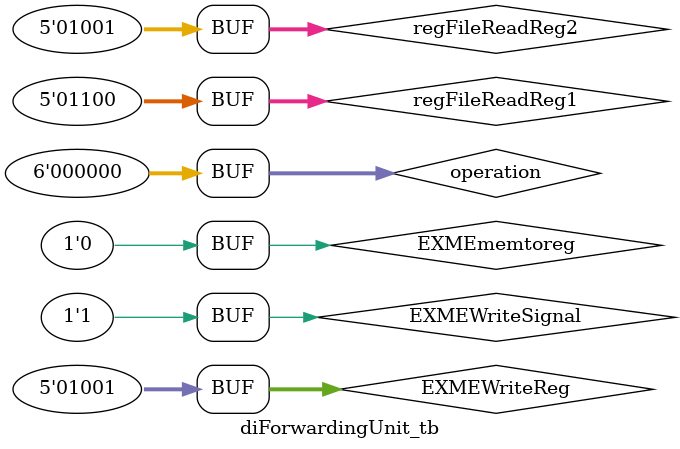
<source format=v>

module diForwardingUnit (input [4:0] regFileReadReg1, input [4:0] regFileReadReg2, input [5:0] operation, input EXMEregwrite,input EXMEmemtoreg, input [4:0] EXMEWriteReg, output reg regFileRead1MuxSignal, output reg regFileRead2MuxSignal);

	parameter beqOperation = 6'b000100;
		 // nofrwrd = 2'b00,
			//  frwrdFromEXMEM = 2'b01,
			//  frwrdFromMEMWB = 2'b10;

	//reg frwrdReg1;
	//reg frwrdReg1Data;
	//reg frwrdReg2;
	//reg frwrdReg2Data;

	initial begin regFileRead1MuxSignal = 0 ;  regFileRead2MuxSignal = 0; end

	always @(*) begin

		if (regFileReadReg1 == EXMEWriteReg && operation == beqOperation && EXMEregwrite == 1'b1 && EXMEmemtoreg == 0) begin
			regFileRead1MuxSignal <=1;
		end
		else regFileRead1MuxSignal <= 0;

		if (regFileReadReg2 == EXMEWriteReg && operation == beqOperation && EXMEregwrite == 1'b1 && EXMEmemtoreg == 0 ) begin
			regFileRead2MuxSignal <=1;
		end

		else regFileRead2MuxSignal <= 0;

		//regFileRead1MuxSignal <= {frwrdReg1, frwrdReg1Data};
//		regFileRead2MuxSignal <= {frwrdReg2, frwrdReg2Data};

	end

endmodule

module diForwardingUnit_tb ();

	reg [4:0] regFileReadReg1;
	reg [4:0] regFileReadReg2;
	reg [5:0] operation;
	reg EXMEWriteSignal;
	reg EXMEmemtoreg;
	reg [4:0] EXMEWriteReg;
	//reg MEWBWriteSignal;
	//reg [4:0] MEWBWriteReg;
	wire  regFileRead1MuxSignal;
	wire  regFileRead2MuxSignal;

	initial begin

		$monitor("regFileRead1MuxSignal: %b regFileRead2MuxSignal: %b when regFileReadReg1: %d regFileReadReg2: %d operation: %b EXMEWriteSignal: %b EXMEWriteReg: %d EXMEmemtoreg : %d", regFileRead1MuxSignal, regFileRead2MuxSignal, regFileReadReg1, regFileReadReg2, operation, EXMEWriteSignal, EXMEWriteReg, EXMEmemtoreg);

		regFileReadReg1 = 5'd0; regFileReadReg2 = 5'd1; operation = 6'b000100; EXMEWriteSignal = 1; EXMEWriteReg = 5'd0; EXMEmemtoreg = 0 ;

		#10 regFileReadReg1 = 5'd12; regFileReadReg2 = 5'd9;
		#10 EXMEWriteReg = 5'd9;
		#10 EXMEWriteSignal = 0;
		//#10 MEWBWriteReg = 5'd12;
		//#10 MEWBWriteSignal = 0;
		#10 EXMEWriteSignal = 1; //MEWBWriteSignal = 1;
		#10 operation = 6'b000000;

	end

	diForwardingUnit diFU1 (regFileReadReg1, regFileReadReg2, operation, EXMEWriteSignal,EXMEmemtoreg, EXMEWriteReg, regFileRead1MuxSignal, regFileRead2MuxSignal);

endmodule

</source>
